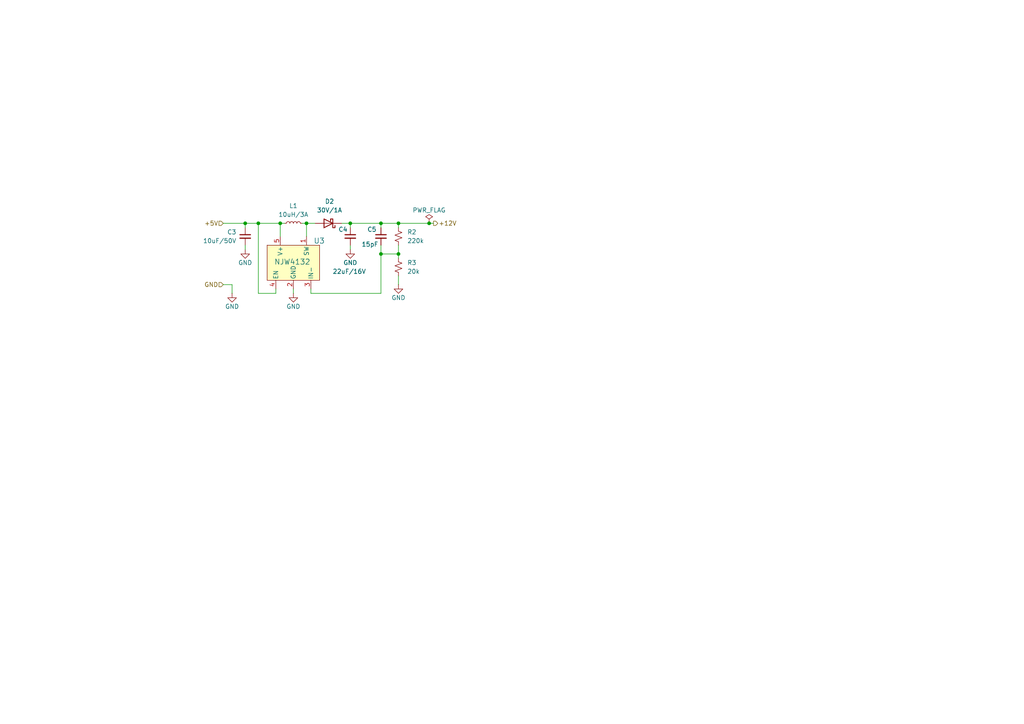
<source format=kicad_sch>
(kicad_sch (version 20231120) (generator "eeschema") (generator_version "8.0")
  (paper "A4")
  (title_block (date "2025-02-10") (rev "1"))
  (lib_symbols
    (symbol "Device:C_Small" (pin_numbers hide) (pin_names (offset 0.254) hide)
      (property "Reference" "C" (at 0.254 1.778 0))
      (property "Value" "C_Small" (at 0.254 -2.032 0))
      (symbol "C_Small_0_1"
        (polyline (pts (xy -1.524 -0.508) (xy 1.524 -0.508)) (stroke (width 0.3302)))
        (polyline (pts (xy -1.524 0.508) (xy 1.524 0.508)) (stroke (width 0.3048)))
      )
      (symbol "C_Small_1_1"
        (pin passive line (at 0 2.54 270) (length 2.032) (name "~") (number "1"))
        (pin passive line (at 0 -2.54 90) (length 2.032) (name "~") (number "2"))
      )
    )
    (symbol "Device:L_Small" (pin_numbers hide) (pin_names (offset 0.254) hide)
      (property "Reference" "L" (at 0.762 1.016 0))
      (property "Value" "L_Small" (at 0.762 -1.016 0))
      (symbol "L_Small_0_1"
        (arc (start 0 -2.032) (mid 0.5058 -1.524) (end 0 -1.016))
        (arc (start 0 -1.016) (mid 0.5058 -0.508) (end 0 0))
        (arc (start 0 0) (mid 0.5058 0.508) (end 0 1.016))
        (arc (start 0 1.016) (mid 0.5058 1.524) (end 0 2.032))
      )
      (symbol "L_Small_1_1"
        (pin passive line (at 0 2.54 270) (length 0.508) (name "~") (number "1"))
        (pin passive line (at 0 -2.54 90) (length 0.508) (name "~") (number "2"))
      )
    )
    (symbol "Device:R_Small_US" (pin_numbers hide) (pin_names (offset 0.254) hide)
      (property "Reference" "R" (at 0.762 0.508 0))
      (property "Value" "R_Small_US" (at 0.762 -1.016 0))
      (symbol "R_Small_US_1_1"
        (polyline (pts (xy 0 0) (xy 1.016 -0.381) (xy 0 -0.762) (xy -1.016 -1.143) (xy 0 -1.524)))
        (polyline (pts (xy 0 1.524) (xy 1.016 1.143) (xy 0 0.762) (xy -1.016 0.381) (xy 0 0)))
        (pin passive line (at 0 2.54 270) (length 1.016) (name "~") (number "1"))
        (pin passive line (at 0 -2.54 90) (length 1.016) (name "~") (number "2"))
      )
    )
    (symbol "Diode:SB130" (pin_numbers hide) (pin_names (offset 1.016) hide)
      (property "Reference" "D" (at 0 2.54 0))
      (property "Value" "SB130" (at 0 -2.54 0))
      (symbol "SB130_0_1"
        (polyline (pts (xy 1.27 0) (xy -1.27 0)))
        (polyline (pts (xy 1.27 1.27) (xy 1.27 -1.27) (xy -1.27 0) (xy 1.27 1.27)) (stroke (width 0.254)))
        (polyline (pts (xy -1.905 0.635) (xy -1.905 1.27) (xy -1.27 1.27) (xy -1.27 -1.27) (xy -0.635 -1.27) (xy -0.635 -0.635)) (stroke (width 0.254)))
      )
      (symbol "SB130_1_1"
        (pin passive line (at -3.81 0 0) (length 2.54) (name "K") (number "1"))
        (pin passive line (at 3.81 0 180) (length 2.54) (name "A") (number "2"))
      )
    )
    (symbol "nisshinbo:NJW4132U2-C-TE1" (pin_names (offset 0.254))
      (property "Reference" "U" (at 13.97 1.524 0))
      (property "Value" "NJW4132" (at 7.62 -5.08 0))
      (symbol "NJW4132U2-C-TE1_1_1"
        (rectangle (start 0 0) (end 15.24 -10.16) (fill (type background)))
        (pin output line (at 11.43 2.54 270) (length 2.54) (name "SW") (number "1"))
        (pin power_in line (at 7.62 -12.7 90) (length 2.54) (name "GND") (number "2"))
        (pin input line (at 12.7 -12.7 90) (length 2.54) (name "IN-") (number "3"))
        (pin input line (at 2.54 -12.7 90) (length 2.54) (name "EN") (number "4"))
        (pin power_in line (at 3.81 2.54 270) (length 2.54) (name "V+") (number "5"))
      )
    )
    (symbol "power:GND" (power) (pin_numbers hide) (pin_names (offset 0) hide)
      (property "Value" "GND" (at 0 -3.81 0))
      (symbol "GND_0_1"
        (polyline (pts (xy 0 0) (xy 0 -1.27) (xy 1.27 -1.27) (xy 0 -2.54) (xy -1.27 -1.27) (xy 0 -1.27)))
      )
      (symbol "GND_1_1"
        (pin power_in line (at 0 0 270) (length 0) (name "~") (number "1"))
      )
    )
    (symbol "power:PWR_FLAG" (power) (pin_numbers hide) (pin_names (offset 0) hide)
      (property "Value" "PWR_FLAG" (at 0 3.81 0))
      (symbol "PWR_FLAG_0_0"
        (pin power_out line (at 0 0 90) (length 0) (name "~") (number "1"))
      )
      (symbol "PWR_FLAG_0_1"
        (polyline (pts (xy 0 0) (xy 0 1.27) (xy -1.016 1.905) (xy 0 2.54) (xy 1.016 1.905) (xy 0 1.27)))
      )
    )
  )
  (junction (at 115.57 64.77))
  (junction (at 124.46 64.77))
  (junction (at 81.28 64.77))
  (junction (at 74.93 64.77))
  (junction (at 71.12 64.77))
  (junction (at 110.49 64.77))
  (junction (at 101.6 64.77))
  (junction (at 88.9 64.77))
  (junction (at 115.57 73.66))
  (junction (at 110.49 73.66))
  (wire (pts (xy 71.12 64.77) (xy 74.93 64.77)))
  (wire (pts (xy 74.93 64.77) (xy 74.93 85.09)))
  (wire (pts (xy 115.57 64.77) (xy 115.57 66.04)))
  (wire (pts (xy 85.09 85.09) (xy 85.09 83.82)))
  (wire (pts (xy 124.46 64.77) (xy 125.73 64.77)))
  (wire (pts (xy 115.57 71.12) (xy 115.57 73.66)))
  (wire (pts (xy 110.49 73.66) (xy 115.57 73.66)))
  (wire (pts (xy 67.31 82.55) (xy 64.77 82.55)))
  (wire (pts (xy 64.77 64.77) (xy 71.12 64.77)))
  (wire (pts (xy 88.9 64.77) (xy 91.44 64.77)))
  (wire (pts (xy 88.9 64.77) (xy 88.9 68.58)))
  (wire (pts (xy 80.01 85.09) (xy 74.93 85.09)))
  (wire (pts (xy 81.28 64.77) (xy 81.28 68.58)))
  (wire (pts (xy 115.57 73.66) (xy 115.57 74.93)))
  (wire (pts (xy 101.6 71.12) (xy 101.6 72.39)))
  (wire (pts (xy 87.63 64.77) (xy 88.9 64.77)))
  (wire (pts (xy 67.31 85.09) (xy 67.31 82.55)))
  (wire (pts (xy 81.28 64.77) (xy 82.55 64.77)))
  (wire (pts (xy 110.49 85.09) (xy 90.17 85.09)))
  (wire (pts (xy 71.12 66.04) (xy 71.12 64.77)))
  (wire (pts (xy 110.49 71.12) (xy 110.49 73.66)))
  (wire (pts (xy 110.49 73.66) (xy 110.49 85.09)))
  (wire (pts (xy 110.49 64.77) (xy 115.57 64.77)))
  (wire (pts (xy 71.12 72.39) (xy 71.12 71.12)))
  (wire (pts (xy 115.57 64.77) (xy 124.46 64.77)))
  (wire (pts (xy 90.17 85.09) (xy 90.17 83.82)))
  (wire (pts (xy 99.06 64.77) (xy 101.6 64.77)))
  (wire (pts (xy 110.49 64.77) (xy 110.49 66.04)))
  (wire (pts (xy 115.57 80.01) (xy 115.57 82.55)))
  (wire (pts (xy 74.93 64.77) (xy 81.28 64.77)))
  (wire (pts (xy 101.6 64.77) (xy 110.49 64.77)))
  (wire (pts (xy 101.6 64.77) (xy 101.6 66.04)))
  (wire (pts (xy 80.01 83.82) (xy 80.01 85.09)))
  (hierarchical_label "+12V" (shape output) (at 125.73 64.77 0))
  (hierarchical_label "+5V" (shape input) (at 64.77 64.77 180))
  (hierarchical_label "GND" (shape input) (at 64.77 82.55 180))
  (symbol (lib_id "Device:R_Small_US") (at 115.57 68.58 0) (unit 1)
    (property "Reference" "R2" (at 118.11 67.3099 0) (effects (justify left)))
    (property "Value" "220k" (at 118.11 69.8499 0) (effects (justify left)))
    (property "Footprint" "Resistor_SMD:R_0603_1608Metric_Pad0.98x0.95mm_HandSolder" (effects (hide yes)))
    (property "Description" "Resistor, small US symbol" (effects (hide yes)))
  )
  (symbol (lib_id "Device:L_Small") (at 85.09 64.77 90) (unit 1)
    (property "Reference" "L1" (at 85.09 59.69 90))
    (property "Value" "10uH/3A" (at 85.09 62.23 90))
    (property "Footprint" "murata:IND_DFE322512F_MUR-M" (effects (hide yes)))
    (property "Description" "Inductor, small symbol" (effects (hide yes)))
  )
  (symbol (lib_id "Diode:SB130") (at 95.25 64.77 180) (unit 1)
    (property "Reference" "D2" (at 95.5675 58.42 0))
    (property "Value" "30V/1A" (at 95.5675 60.96 0))
    (property "Footprint" "murata:CR_60M-60_ROM-M" (effects (hide yes)))
    (property "Datasheet" "http://www.diodes.com/_files/datasheets/ds23022.pdf" (effects (hide yes)))
    (property "Description" "30V 1A Schottky Barrier Rectifier Diode, DO-41" (effects (hide yes)))
    (instances (project "" (path "" (reference "D2") (unit 1))) (project "dcdc+12v" (path "" (reference "D1") (unit 1))) (project "" (path "" (reference "D2") (unit 1))))
  )
  (symbol (lib_id "nisshinbo:NJW4132U2-C-TE1") (at 77.47 71.12 0) (unit 1)
    (property "Reference" "U3" (at 90.932 69.85 0) (effects (font (size 1.524 1.524)) (justify left)))
    (property "Value" "NJW4132" (at 79.502 75.946 0) (effects (font (size 1.524 1.524)) (justify left)))
    (property "Footprint" "nisshinbo:SOT-89-5_NMD-M" (effects (hide yes)))
    (property "Datasheet" "NJW4132U2-C-TE1" (effects (hide yes)))
    (instances (project "" (path "" (reference "U3") (unit 1))) (project "dcdc+12v" (path "" (reference "U1") (unit 1))) (project "" (path "" (reference "U3") (unit 1))))
  )
  (symbol (lib_id "power:GND") (at 101.6 72.39 0) (unit 1)
    (property "Reference" "#PWR019" (effects (hide yes)))
    (property "Value" "GND" (at 101.6 76.2 0))
    (property "Description" "Power symbol creates a global label with name \"GND\" , ground" (effects (hide yes)))
    (instances (project "" (path "" (reference "#PWR019") (unit 1))) (project "dcdc+12v" (path "" (reference "#PWR04") (unit 1))) (project "" (path "" (reference "#PWR019") (unit 1))))
  )
  (symbol (lib_id "power:GND") (at 71.12 72.39 0) (unit 1)
    (property "Reference" "#PWR017" (effects (hide yes)))
    (property "Value" "GND" (at 71.12 76.2 0))
    (property "Description" "Power symbol creates a global label with name \"GND\" , ground" (effects (hide yes)))
    (instances (project "" (path "" (reference "#PWR017") (unit 1))) (project "dcdc+12v" (path "" (reference "#PWR02") (unit 1))) (project "" (path "" (reference "#PWR017") (unit 1))))
  )
  (symbol (lib_id "power:GND") (at 115.57 82.55 0) (unit 1)
    (property "Reference" "#PWR020" (effects (hide yes)))
    (property "Value" "GND" (at 115.57 86.36 0))
    (property "Description" "Power symbol creates a global label with name \"GND\" , ground" (effects (hide yes)))
    (instances (project "" (path "" (reference "#PWR020") (unit 1))) (project "dcdc+12v" (path "" (reference "#PWR05") (unit 1))) (project "" (path "" (reference "#PWR020") (unit 1))))
  )
  (symbol (lib_id "power:PWR_FLAG") (at 124.46 64.77 0) (unit 1)
    (property "Reference" "#FLG04" (effects (hide yes)))
    (property "Value" "PWR_FLAG" (at 124.46 60.96 0))
    (property "Description" "Special symbol for telling ERC where power comes from" (effects (hide yes)))
  )
  (symbol (lib_id "power:GND") (at 67.31 85.09 0) (unit 1)
    (property "Reference" "#PWR016" (effects (hide yes)))
    (property "Value" "GND" (at 67.31 88.9 0))
    (property "Description" "Power symbol creates a global label with name \"GND\" , ground" (effects (hide yes)))
  )
  (symbol (lib_id "Device:R_Small_US") (at 115.57 77.47 0) (unit 1)
    (property "Reference" "R3" (at 118.11 76.1999 0) (effects (justify left)))
    (property "Value" "20k" (at 118.11 78.7399 0) (effects (justify left)))
    (property "Footprint" "Resistor_SMD:R_0603_1608Metric_Pad0.98x0.95mm_HandSolder" (effects (hide yes)))
    (property "Description" "Resistor, small US symbol" (effects (hide yes)))
    (instances (project "" (path "" (reference "R3") (unit 1))) (project "dcdc+12v" (path "" (reference "R1") (unit 1))) (project "" (path "" (reference "R3") (unit 1))))
  )
  (symbol (lib_id "Device:C_Small") (at 101.6 68.58 0) (mirror y) (unit 1)
    (property "Reference" "C4" (at 100.838 66.548 0) (effects (justify left)))
    (property "Value" "22uF/16V" (at 106.172 78.74 0) (effects (justify left)))
    (property "Footprint" "Capacitor_SMD:C_1210_3225Metric_Pad1.33x2.70mm_HandSolder" (effects (hide yes)))
    (property "Description" "Unpolarized capacitor, small symbol" (effects (hide yes)))
    (instances (project "" (path "" (reference "C4") (unit 1))) (project "dcdc+12v" (path "" (reference "C2") (unit 1))) (project "" (path "" (reference "C4") (unit 1))))
  )
  (symbol (lib_id "power:GND") (at 85.09 85.09 0) (unit 1)
    (property "Reference" "#PWR018" (effects (hide yes)))
    (property "Value" "GND" (at 85.09 88.9 0))
    (property "Description" "Power symbol creates a global label with name \"GND\" , ground" (effects (hide yes)))
    (instances (project "" (path "" (reference "#PWR018") (unit 1))) (project "dcdc+12v" (path "" (reference "#PWR03") (unit 1))) (project "" (path "" (reference "#PWR018") (unit 1))))
  )
  (symbol (lib_id "Device:C_Small") (at 110.49 68.58 0) (mirror y) (unit 1)
    (property "Reference" "C5" (at 109.22 66.548 0) (effects (justify left)))
    (property "Value" "15pF" (at 109.728 70.866 0) (effects (justify left)))
    (property "Footprint" "Capacitor_SMD:C_0603_1608Metric_Pad1.08x0.95mm_HandSolder" (effects (hide yes)))
    (property "Description" "Unpolarized capacitor, small symbol" (effects (hide yes)))
    (instances (project "" (path "" (reference "C5") (unit 1))) (project "dcdc+12v" (path "" (reference "C3") (unit 1))) (project "" (path "" (reference "C5") (unit 1))))
  )
  (symbol (lib_id "Device:C_Small") (at 71.12 68.58 0) (mirror y) (unit 1)
    (property "Reference" "C3" (at 68.58 67.3162 0) (effects (justify left)))
    (property "Value" "10uF/50V" (at 68.58 69.8562 0) (effects (justify left)))
    (property "Footprint" "Capacitor_SMD:C_0603_1608Metric_Pad1.08x0.95mm_HandSolder" (effects (hide yes)))
    (property "Description" "Unpolarized capacitor, small symbol" (effects (hide yes)))
    (instances (project "" (path "" (reference "C3") (unit 1))) (project "dcdc+12v" (path "" (reference "C1") (unit 1))) (project "" (path "" (reference "C3") (unit 1))))
  )
)
</source>
